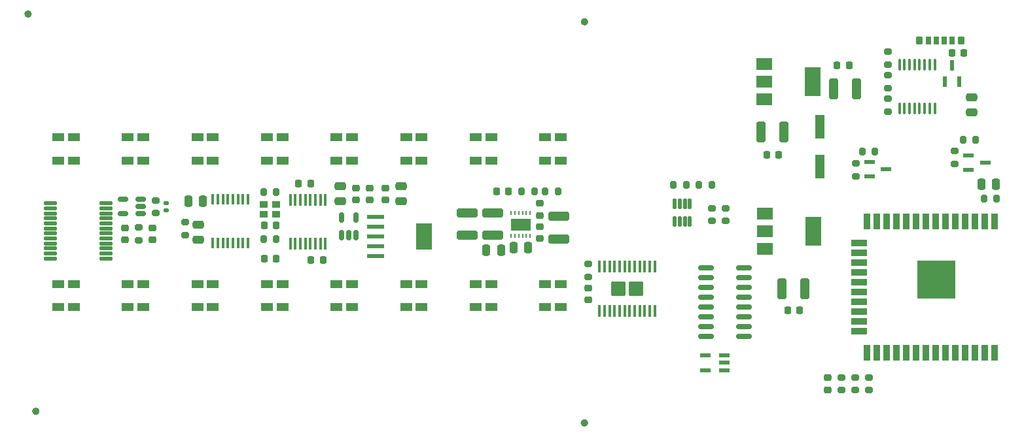
<source format=gtp>
G04 #@! TF.GenerationSoftware,KiCad,Pcbnew,(6.0.1-0)*
G04 #@! TF.CreationDate,2022-03-07T16:42:40+09:00*
G04 #@! TF.ProjectId,qLAMP-main,714c414d-502d-46d6-9169-6e2e6b696361,rev?*
G04 #@! TF.SameCoordinates,Original*
G04 #@! TF.FileFunction,Paste,Top*
G04 #@! TF.FilePolarity,Positive*
%FSLAX46Y46*%
G04 Gerber Fmt 4.6, Leading zero omitted, Abs format (unit mm)*
G04 Created by KiCad (PCBNEW (6.0.1-0)) date 2022-03-07 16:42:40*
%MOMM*%
%LPD*%
G01*
G04 APERTURE LIST*
G04 Aperture macros list*
%AMRoundRect*
0 Rectangle with rounded corners*
0 $1 Rounding radius*
0 $2 $3 $4 $5 $6 $7 $8 $9 X,Y pos of 4 corners*
0 Add a 4 corners polygon primitive as box body*
4,1,4,$2,$3,$4,$5,$6,$7,$8,$9,$2,$3,0*
0 Add four circle primitives for the rounded corners*
1,1,$1+$1,$2,$3*
1,1,$1+$1,$4,$5*
1,1,$1+$1,$6,$7*
1,1,$1+$1,$8,$9*
0 Add four rect primitives between the rounded corners*
20,1,$1+$1,$2,$3,$4,$5,0*
20,1,$1+$1,$4,$5,$6,$7,0*
20,1,$1+$1,$6,$7,$8,$9,0*
20,1,$1+$1,$8,$9,$2,$3,0*%
G04 Aperture macros list end*
%ADD10C,0.475000*%
%ADD11RoundRect,0.100000X-0.100000X0.637500X-0.100000X-0.637500X0.100000X-0.637500X0.100000X0.637500X0*%
%ADD12R,0.249999X0.499999*%
%ADD13R,2.500000X1.500000*%
%ADD14R,2.200000X0.600000*%
%ADD15R,2.150000X3.450000*%
%ADD16RoundRect,0.150000X0.150000X-0.512500X0.150000X0.512500X-0.150000X0.512500X-0.150000X-0.512500X0*%
%ADD17R,2.000000X1.500000*%
%ADD18R,2.000000X3.800000*%
%ADD19RoundRect,0.250000X0.475000X-0.250000X0.475000X0.250000X-0.475000X0.250000X-0.475000X-0.250000X0*%
%ADD20R,1.219200X3.098800*%
%ADD21RoundRect,0.225000X0.250000X-0.225000X0.250000X0.225000X-0.250000X0.225000X-0.250000X-0.225000X0*%
%ADD22RoundRect,0.250000X0.325000X1.100000X-0.325000X1.100000X-0.325000X-1.100000X0.325000X-1.100000X0*%
%ADD23RoundRect,0.225000X0.225000X0.250000X-0.225000X0.250000X-0.225000X-0.250000X0.225000X-0.250000X0*%
%ADD24RoundRect,0.250000X-0.325000X-1.100000X0.325000X-1.100000X0.325000X1.100000X-0.325000X1.100000X0*%
%ADD25RoundRect,0.250000X0.250000X0.475000X-0.250000X0.475000X-0.250000X-0.475000X0.250000X-0.475000X0*%
%ADD26RoundRect,0.225000X-0.225000X-0.250000X0.225000X-0.250000X0.225000X0.250000X-0.225000X0.250000X0*%
%ADD27RoundRect,0.250000X1.100000X-0.325000X1.100000X0.325000X-1.100000X0.325000X-1.100000X-0.325000X0*%
%ADD28RoundRect,0.111230X0.763770X0.111230X-0.763770X0.111230X-0.763770X-0.111230X0.763770X-0.111230X0*%
%ADD29RoundRect,0.225000X-0.250000X0.225000X-0.250000X-0.225000X0.250000X-0.225000X0.250000X0.225000X0*%
%ADD30RoundRect,0.111665X-0.111665X0.550835X-0.111665X-0.550835X0.111665X-0.550835X0.111665X0.550835X0*%
%ADD31RoundRect,0.150000X0.512500X0.150000X-0.512500X0.150000X-0.512500X-0.150000X0.512500X-0.150000X0*%
%ADD32R,1.000000X0.900000*%
%ADD33RoundRect,0.200000X-0.200000X-0.275000X0.200000X-0.275000X0.200000X0.275000X-0.200000X0.275000X0*%
%ADD34RoundRect,0.200000X0.275000X-0.200000X0.275000X0.200000X-0.275000X0.200000X-0.275000X-0.200000X0*%
%ADD35R,0.355600X1.473200*%
%ADD36R,0.410000X1.570000*%
%ADD37RoundRect,0.200000X-0.275000X0.200000X-0.275000X-0.200000X0.275000X-0.200000X0.275000X0.200000X0*%
%ADD38RoundRect,0.200000X0.200000X0.275000X-0.200000X0.275000X-0.200000X-0.275000X0.200000X-0.275000X0*%
%ADD39RoundRect,0.150000X0.825000X0.150000X-0.825000X0.150000X-0.825000X-0.150000X0.825000X-0.150000X0*%
%ADD40R,1.473200X0.558800*%
%ADD41R,1.320800X0.558800*%
%ADD42R,0.558800X1.320800*%
%ADD43RoundRect,0.250000X0.695000X-0.715000X0.695000X0.715000X-0.695000X0.715000X-0.695000X-0.715000X0*%
%ADD44RoundRect,0.100000X0.100000X-0.687500X0.100000X0.687500X-0.100000X0.687500X-0.100000X-0.687500X0*%
%ADD45R,1.600000X1.000000*%
%ADD46RoundRect,0.035000X0.315000X0.465000X-0.315000X0.465000X-0.315000X-0.465000X0.315000X-0.465000X0*%
%ADD47RoundRect,0.040000X0.360000X0.460000X-0.360000X0.460000X-0.360000X-0.460000X0.360000X-0.460000X0*%
%ADD48R,0.900000X2.000000*%
%ADD49R,2.000000X0.900000*%
%ADD50R,5.000000X5.000000*%
%ADD51RoundRect,0.140000X0.170000X-0.140000X0.170000X0.140000X-0.170000X0.140000X-0.170000X-0.140000X0*%
G04 APERTURE END LIST*
D10*
X148473500Y-128000000D02*
G75*
G03*
X148473500Y-128000000I-237500J0D01*
G01*
X77473500Y-126500000D02*
G75*
G03*
X77473500Y-126500000I-237500J0D01*
G01*
X76473500Y-75000000D02*
G75*
G03*
X76473500Y-75000000I-237500J0D01*
G01*
X148473500Y-76000000D02*
G75*
G03*
X148473500Y-76000000I-237500J0D01*
G01*
D11*
X193553292Y-81537300D03*
X192903292Y-81537300D03*
X192253292Y-81537300D03*
X191603292Y-81537300D03*
X190953292Y-81537300D03*
X190303292Y-81537300D03*
X189653292Y-81537300D03*
X189003292Y-81537300D03*
X189003292Y-87262300D03*
X189653292Y-87262300D03*
X190303292Y-87262300D03*
X190953292Y-87262300D03*
X191603292Y-87262300D03*
X192253292Y-87262300D03*
X192903292Y-87262300D03*
X193553292Y-87262300D03*
D12*
X141216000Y-100820000D03*
X140716001Y-100820000D03*
X140216000Y-100820000D03*
X139716000Y-100820000D03*
X139215999Y-100820000D03*
X138716000Y-100820000D03*
X138716000Y-103720000D03*
X139215999Y-103720000D03*
X139716000Y-103720000D03*
X140216000Y-103720000D03*
X140716001Y-103720000D03*
X141216000Y-103720000D03*
D13*
X139966000Y-102270000D03*
D14*
X121168500Y-101310000D03*
X121168500Y-102580000D03*
X121168500Y-103850000D03*
X121168500Y-105120000D03*
X121168500Y-106390000D03*
D15*
X127468500Y-103850000D03*
D16*
X116766000Y-103627500D03*
X117716000Y-103627500D03*
X118666000Y-103627500D03*
X118666000Y-101352500D03*
X116766000Y-101352500D03*
D17*
X171570000Y-100850000D03*
X171570000Y-103150000D03*
X171570000Y-105450000D03*
D18*
X177870000Y-103150000D03*
D17*
X171480000Y-81460000D03*
X171480000Y-83760000D03*
X171480000Y-86060000D03*
D18*
X177780000Y-83760000D03*
D19*
X124532000Y-99249995D03*
X124532000Y-97349995D03*
D20*
X178680000Y-89627300D03*
X178680000Y-94732700D03*
D21*
X122500000Y-99074995D03*
X122500000Y-97524995D03*
D22*
X174055000Y-90250000D03*
X171105000Y-90250000D03*
D23*
X173365000Y-93260000D03*
X171815000Y-93260000D03*
D24*
X180455000Y-84680000D03*
X183405000Y-84680000D03*
D21*
X118690000Y-99074995D03*
X118690000Y-97524995D03*
D23*
X176095000Y-113360000D03*
X174545000Y-113360000D03*
D19*
X116658000Y-99249995D03*
X116658000Y-97349995D03*
D25*
X137446000Y-105570000D03*
X135546000Y-105570000D03*
D26*
X195788292Y-79999800D03*
X197338292Y-79999800D03*
D23*
X138420995Y-98029993D03*
X136870995Y-98029993D03*
D27*
X133096000Y-103695000D03*
X133096000Y-100745000D03*
D28*
X86295999Y-106695011D03*
X86295999Y-106045013D03*
X86295999Y-105395012D03*
X86295999Y-104745012D03*
X86295999Y-104095012D03*
X86295999Y-103445012D03*
X86295999Y-102795012D03*
X86295999Y-102145012D03*
X86295999Y-101495012D03*
X86295999Y-100845012D03*
X86295999Y-100195011D03*
X86295999Y-99545013D03*
X79095999Y-99545013D03*
X79095999Y-100195011D03*
X79095999Y-100845012D03*
X79095999Y-101495012D03*
X79095999Y-102145012D03*
X79095999Y-102795012D03*
X79095999Y-103445012D03*
X79095999Y-104095012D03*
X79095999Y-104745012D03*
X79095999Y-105395012D03*
X79095999Y-106045013D03*
X79095999Y-106695011D03*
D29*
X92336000Y-102725000D03*
X92336000Y-104275000D03*
X179705000Y-122161000D03*
X179705000Y-123711000D03*
D21*
X88780000Y-104275000D03*
X88780000Y-102725000D03*
D26*
X106771004Y-106722000D03*
X108321004Y-106722000D03*
D23*
X114401000Y-106870000D03*
X112851000Y-106870000D03*
X112801000Y-96950000D03*
X111251000Y-96950000D03*
D19*
X98266000Y-104230000D03*
X98266000Y-102330000D03*
D30*
X161861750Y-99600653D03*
X161211750Y-99600653D03*
X160561750Y-99600653D03*
X159911750Y-99600653D03*
X159911750Y-101875653D03*
X160561750Y-101875653D03*
X161211750Y-101875653D03*
X161861750Y-101875653D03*
D31*
X90833502Y-100910012D03*
X90833502Y-99960012D03*
X90833502Y-99010012D03*
X88558502Y-99010012D03*
X88558502Y-100910012D03*
D25*
X98890000Y-99230000D03*
X96990000Y-99230000D03*
D32*
X108358511Y-99699492D03*
X106733511Y-99699492D03*
X106733511Y-100924492D03*
X108358511Y-100924492D03*
D23*
X108321000Y-102404000D03*
X106771000Y-102404000D03*
D33*
X106721011Y-98085992D03*
X108371011Y-98085992D03*
D34*
X96526000Y-103655000D03*
X96526000Y-102005000D03*
D35*
X104708599Y-99041600D03*
X104058601Y-99041600D03*
X103408599Y-99041600D03*
X102758601Y-99041600D03*
X102108602Y-99041600D03*
X101458601Y-99041600D03*
X100808602Y-99041600D03*
X100158601Y-99041600D03*
X100158601Y-104680400D03*
X100808599Y-104680400D03*
X101458601Y-104680400D03*
X102108599Y-104680400D03*
X102758598Y-104680400D03*
X103408599Y-104680400D03*
X104058598Y-104680400D03*
X104708599Y-104680400D03*
D36*
X110176000Y-104790000D03*
X110826000Y-104790000D03*
X111476000Y-104790000D03*
X112126000Y-104790000D03*
X112776000Y-104790000D03*
X113426000Y-104790000D03*
X114076000Y-104790000D03*
X114726000Y-104790000D03*
X114726000Y-99050000D03*
X114076000Y-99050000D03*
X113426000Y-99050000D03*
X112776000Y-99050000D03*
X112126000Y-99050000D03*
X111476000Y-99050000D03*
X110826000Y-99050000D03*
X110176000Y-99050000D03*
D33*
X106721004Y-104182000D03*
X108371004Y-104182000D03*
D37*
X90558000Y-102675000D03*
X90558000Y-104325000D03*
D33*
X163061000Y-97110005D03*
X164711000Y-97110005D03*
D38*
X161381000Y-97110000D03*
X159731000Y-97110000D03*
D39*
X168886000Y-116780000D03*
X168886000Y-115510000D03*
X168886000Y-114240000D03*
X168886000Y-112970000D03*
X168886000Y-111700000D03*
X168886000Y-110430000D03*
X168886000Y-109160000D03*
X168886000Y-107890000D03*
X163936000Y-107890000D03*
X163936000Y-109160000D03*
X163936000Y-110430000D03*
X163936000Y-111700000D03*
X163936000Y-112970000D03*
X163936000Y-114240000D03*
X163936000Y-115510000D03*
X163936000Y-116780000D03*
D40*
X166299800Y-121150001D03*
X166299800Y-120200000D03*
X166299800Y-119249999D03*
X163912200Y-119249999D03*
X163912200Y-121150001D03*
D21*
X120468000Y-99074995D03*
X120468000Y-97524995D03*
D41*
X197927800Y-93340200D03*
X197927800Y-95219800D03*
X200112200Y-94280000D03*
X185087800Y-94180200D03*
X185087800Y-96059800D03*
X187272200Y-95120000D03*
D42*
X194838492Y-83802000D03*
X196718092Y-83802000D03*
X195778292Y-81617600D03*
D43*
X152586000Y-110630000D03*
X154926000Y-110630000D03*
D44*
X150181000Y-113492500D03*
X150831000Y-113492500D03*
X151481000Y-113492500D03*
X152131000Y-113492500D03*
X152781000Y-113492500D03*
X153431000Y-113492500D03*
X154081000Y-113492500D03*
X154731000Y-113492500D03*
X155381000Y-113492500D03*
X156031000Y-113492500D03*
X156681000Y-113492500D03*
X157331000Y-113492500D03*
X157331000Y-107767500D03*
X156681000Y-107767500D03*
X156031000Y-107767500D03*
X155381000Y-107767500D03*
X154731000Y-107767500D03*
X154081000Y-107767500D03*
X153431000Y-107767500D03*
X152781000Y-107767500D03*
X152131000Y-107767500D03*
X151481000Y-107767500D03*
X150831000Y-107767500D03*
X150181000Y-107767500D03*
D21*
X142495998Y-104124998D03*
X142495998Y-102574998D03*
D37*
X164749988Y-100175001D03*
X164749988Y-101825001D03*
D25*
X201475000Y-97020000D03*
X199575000Y-97020000D03*
D38*
X198845000Y-91305000D03*
X197195000Y-91305000D03*
X185815000Y-92860000D03*
X184165000Y-92860000D03*
X141761006Y-98029993D03*
X140111006Y-98029993D03*
D37*
X187500006Y-79896200D03*
X187500006Y-81546200D03*
X187500006Y-82944200D03*
X187500006Y-84594200D03*
X196100000Y-92745000D03*
X196100000Y-94395000D03*
X183390000Y-94365000D03*
X183390000Y-96015000D03*
X148756005Y-107394991D03*
X148756005Y-109044991D03*
D38*
X201575000Y-98940000D03*
X199925000Y-98940000D03*
D37*
X187500006Y-85992200D03*
X187500006Y-87642200D03*
D29*
X148756005Y-110515012D03*
X148756005Y-112065012D03*
D22*
X176715000Y-110630000D03*
X173765000Y-110630000D03*
D26*
X180925000Y-81680000D03*
X182475000Y-81680000D03*
D45*
X107157211Y-91002066D03*
X107157211Y-94002066D03*
D34*
X181483000Y-123761000D03*
X181483000Y-122111000D03*
D45*
X134157211Y-113001633D03*
X134157211Y-110001633D03*
X89157211Y-91002066D03*
X89157211Y-94002066D03*
X134157211Y-91002066D03*
X134157211Y-94002066D03*
X127157211Y-113001633D03*
X127157211Y-110001633D03*
X136157211Y-91002066D03*
X136157211Y-94002066D03*
X143157211Y-91002066D03*
X143157211Y-94002066D03*
X100157211Y-113001633D03*
X100157211Y-110001633D03*
X100157211Y-91002066D03*
X100157211Y-94002066D03*
D34*
X185039000Y-123761000D03*
X185039000Y-122111000D03*
D45*
X125157211Y-113001633D03*
X125157211Y-110001633D03*
X116157211Y-113001633D03*
X116157211Y-110001633D03*
D27*
X136386000Y-103695000D03*
X136386000Y-100745000D03*
D46*
X194788282Y-78419792D03*
X192788282Y-78419792D03*
D47*
X191588282Y-78419792D03*
D46*
X193788282Y-78419792D03*
X195788282Y-78419792D03*
D47*
X196988282Y-78419792D03*
D29*
X142495998Y-99534999D03*
X142495998Y-101084999D03*
D45*
X82157211Y-113001633D03*
X82157211Y-110001633D03*
X118157211Y-113001633D03*
X118157211Y-110001633D03*
D33*
X143170995Y-98029993D03*
X144820995Y-98029993D03*
D45*
X109157211Y-113001633D03*
X109157211Y-110001633D03*
X118157211Y-91002066D03*
X118157211Y-94002066D03*
X109157211Y-91002066D03*
X109157211Y-94002066D03*
X80157211Y-91002066D03*
X80157211Y-94002066D03*
X98157211Y-113001633D03*
X98157211Y-110001633D03*
D19*
X198308292Y-87719800D03*
X198308292Y-85819800D03*
D48*
X201261000Y-101920000D03*
X199991000Y-101920000D03*
X198721000Y-101920000D03*
X197451000Y-101920000D03*
X196181000Y-101920000D03*
X194911000Y-101920000D03*
X193641000Y-101920000D03*
X192371000Y-101920000D03*
X191101000Y-101920000D03*
X189831000Y-101920000D03*
X188561000Y-101920000D03*
X187291000Y-101920000D03*
X186021000Y-101920000D03*
X184751000Y-101920000D03*
D49*
X183751000Y-104705000D03*
X183751000Y-105975000D03*
X183751000Y-107245000D03*
X183751000Y-108515000D03*
X183751000Y-109785000D03*
X183751000Y-111055000D03*
X183751000Y-112325000D03*
X183751000Y-113595000D03*
X183751000Y-114865000D03*
X183751000Y-116135000D03*
D48*
X184751000Y-118920000D03*
X186021000Y-118920000D03*
X187291000Y-118920000D03*
X188561000Y-118920000D03*
X189831000Y-118920000D03*
X191101000Y-118920000D03*
X192371000Y-118920000D03*
X193641000Y-118920000D03*
X194911000Y-118920000D03*
X196181000Y-118920000D03*
X197451000Y-118920000D03*
X198721000Y-118920000D03*
X199991000Y-118920000D03*
X201261000Y-118920000D03*
D50*
X193761000Y-109420000D03*
D45*
X80157211Y-113001633D03*
X80157211Y-110001633D03*
D34*
X166527988Y-101825001D03*
X166527988Y-100175001D03*
D45*
X91157211Y-113001633D03*
X91157211Y-110001633D03*
X127157211Y-91002066D03*
X127157211Y-94002066D03*
D51*
X94146005Y-100440012D03*
X94146005Y-99480012D03*
D45*
X89157211Y-113001633D03*
X89157211Y-110001633D03*
X125157211Y-91002066D03*
X125157211Y-94002066D03*
X145157211Y-113001633D03*
X145157211Y-110001633D03*
D37*
X92776006Y-99135012D03*
X92776006Y-100785012D03*
D34*
X183261000Y-123761000D03*
X183261000Y-122111000D03*
D45*
X116157211Y-91002066D03*
X116157211Y-94002066D03*
D25*
X140936000Y-105230000D03*
X139036000Y-105230000D03*
D45*
X91157211Y-91002066D03*
X91157211Y-94002066D03*
X145157211Y-91002066D03*
X145157211Y-94002066D03*
X82157211Y-91002066D03*
X82157211Y-94002066D03*
X107157211Y-113001633D03*
X107157211Y-110001633D03*
X98157211Y-91002066D03*
X98157211Y-94002066D03*
X143157211Y-113001633D03*
X143157211Y-110001633D03*
D27*
X144936000Y-104185000D03*
X144936000Y-101235000D03*
D45*
X136157211Y-113001633D03*
X136157211Y-110001633D03*
M02*

</source>
